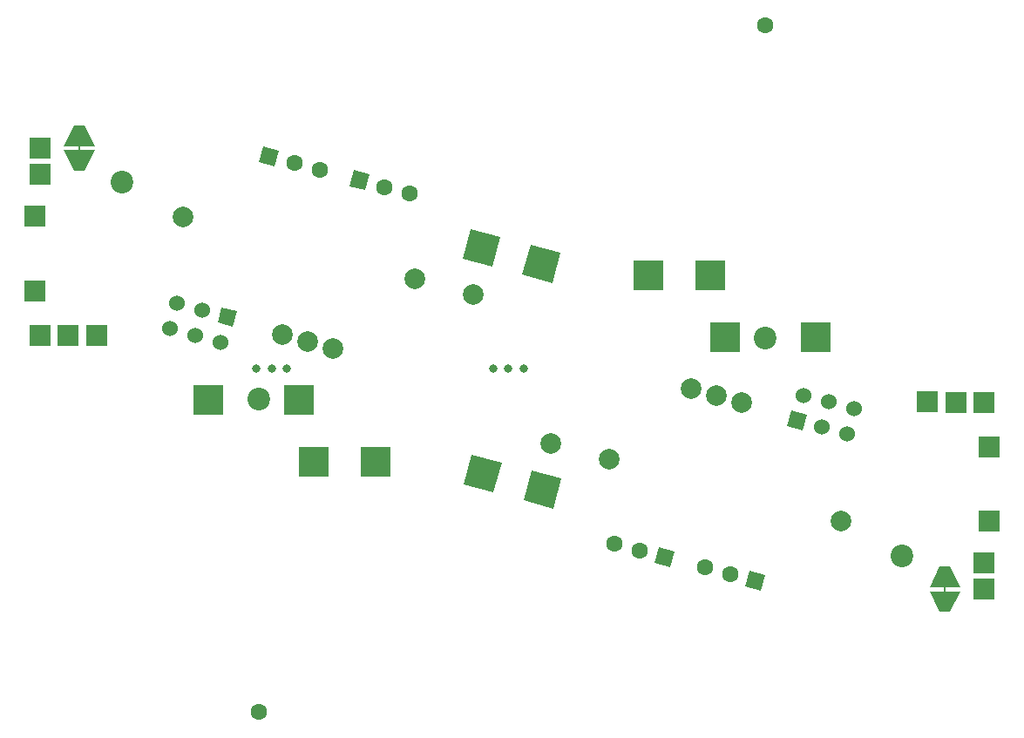
<source format=gts>
%FSLAX46Y46*%
G04 Gerber Fmt 4.6, Leading zero omitted, Abs format (unit mm)*
G04 Created by KiCad (PCBNEW (2014-jul-16 BZR unknown)-product) date Sat 22 Nov 2014 08:56:03 PM CET*
%MOMM*%
G01*
G04 APERTURE LIST*
%ADD10C,0.150000*%
%ADD11C,2.000000*%
%ADD12R,3.000000X3.000000*%
%ADD13C,1.600000*%
%ADD14C,2.200000*%
%ADD15C,1.524000*%
%ADD16R,2.000000X2.000000*%
%ADD17C,0.800000*%
G04 APERTURE END LIST*
D10*
X239408000Y-127535000D02*
X239408000Y-128285000D01*
X155296902Y-85484902D02*
X155296902Y-84734902D01*
D11*
X217183000Y-109139000D03*
X219636452Y-109796400D03*
X214729548Y-108481600D03*
D12*
X178118000Y-115565000D03*
X184118000Y-115565000D03*
X176668000Y-109565000D03*
X167868000Y-109565000D03*
D10*
G36*
X240908000Y-127735000D02*
X237908000Y-127735000D01*
X238908000Y-125735000D01*
X239908000Y-125735000D01*
X240908000Y-127735000D01*
X240908000Y-127735000D01*
G37*
G36*
X237908000Y-128135000D02*
X240908000Y-128135000D01*
X239908000Y-130135000D01*
X238908000Y-130135000D01*
X237908000Y-128135000D01*
X237908000Y-128135000D01*
G37*
G36*
X213151248Y-124256715D02*
X212737137Y-125802196D01*
X211191656Y-125388085D01*
X211605767Y-123842604D01*
X213151248Y-124256715D01*
X213151248Y-124256715D01*
G37*
D13*
X209718000Y-124165000D03*
X207264548Y-123507600D03*
D10*
G36*
X202142894Y-117190797D02*
X201366437Y-120088574D01*
X198468660Y-119312117D01*
X199245117Y-116414340D01*
X202142894Y-117190797D01*
X202142894Y-117190797D01*
G37*
G36*
X196347340Y-115637883D02*
X195570883Y-118535660D01*
X192673106Y-117759203D01*
X193449563Y-114861426D01*
X196347340Y-115637883D01*
X196347340Y-115637883D01*
G37*
D14*
X172778000Y-109485000D03*
X235278000Y-124685000D03*
D13*
X172778000Y-139885000D03*
D10*
G36*
X224102592Y-112073140D02*
X224497033Y-110601069D01*
X225969104Y-110995510D01*
X225574663Y-112467581D01*
X224102592Y-112073140D01*
X224102592Y-112073140D01*
G37*
D15*
X225693249Y-109080874D03*
X227489300Y-112191726D03*
X228146700Y-109738274D03*
X229942751Y-112849126D03*
X230600152Y-110395675D03*
D16*
X237688000Y-109755000D03*
X237688000Y-109755000D03*
X240468000Y-109775000D03*
X240468000Y-109775000D03*
X243188000Y-109775000D03*
X243188000Y-109775000D03*
D10*
G36*
X221951248Y-126556715D02*
X221537137Y-128102196D01*
X219991656Y-127688085D01*
X220405767Y-126142604D01*
X221951248Y-126556715D01*
X221951248Y-126556715D01*
G37*
D13*
X218518000Y-126465000D03*
X216064548Y-125807600D03*
D16*
X243726000Y-121331000D03*
X243726000Y-121331000D03*
X243726000Y-114092000D03*
X243726000Y-114092000D03*
X243218000Y-127935000D03*
X243218000Y-127935000D03*
X243218000Y-125395000D03*
X243218000Y-125395000D03*
D11*
X177521902Y-103880902D03*
X175068450Y-103223502D03*
X179975354Y-104538302D03*
D12*
X216586902Y-97454902D03*
X210586902Y-97454902D03*
X218036902Y-103454902D03*
X226836902Y-103454902D03*
D10*
G36*
X153796902Y-85284902D02*
X156796902Y-85284902D01*
X155796902Y-87284902D01*
X154796902Y-87284902D01*
X153796902Y-85284902D01*
X153796902Y-85284902D01*
G37*
G36*
X156796902Y-84884902D02*
X153796902Y-84884902D01*
X154796902Y-82884902D01*
X155796902Y-82884902D01*
X156796902Y-84884902D01*
X156796902Y-84884902D01*
G37*
G36*
X181553654Y-88763187D02*
X181967765Y-87217706D01*
X183513246Y-87631817D01*
X183099135Y-89177298D01*
X181553654Y-88763187D01*
X181553654Y-88763187D01*
G37*
D13*
X184986902Y-88854902D03*
X187440354Y-89512302D03*
D10*
G36*
X192562008Y-95829105D02*
X193338465Y-92931328D01*
X196236242Y-93707785D01*
X195459785Y-96605562D01*
X192562008Y-95829105D01*
X192562008Y-95829105D01*
G37*
G36*
X198357562Y-97382019D02*
X199134019Y-94484242D01*
X202031796Y-95260699D01*
X201255339Y-98158476D01*
X198357562Y-97382019D01*
X198357562Y-97382019D01*
G37*
D14*
X221926902Y-103534902D03*
X159426902Y-88334902D03*
D13*
X221926902Y-73134902D03*
D10*
G36*
X170602310Y-100946762D02*
X170207869Y-102418833D01*
X168735798Y-102024392D01*
X169130239Y-100552321D01*
X170602310Y-100946762D01*
X170602310Y-100946762D01*
G37*
D15*
X169011653Y-103939028D03*
X167215602Y-100828176D03*
X166558202Y-103281628D03*
X164762151Y-100170776D03*
X164104750Y-102624227D03*
D16*
X157016902Y-103264902D03*
X157016902Y-103264902D03*
X154236902Y-103244902D03*
X154236902Y-103244902D03*
X151516902Y-103244902D03*
X151516902Y-103244902D03*
D10*
G36*
X172753654Y-86463187D02*
X173167765Y-84917706D01*
X174713246Y-85331817D01*
X174299135Y-86877298D01*
X172753654Y-86463187D01*
X172753654Y-86463187D01*
G37*
D13*
X176186902Y-86554902D03*
X178640354Y-87212302D03*
D16*
X150978902Y-91688902D03*
X150978902Y-91688902D03*
X150978902Y-98927902D03*
X150978902Y-98927902D03*
X151486902Y-85084902D03*
X151486902Y-85084902D03*
X151486902Y-87624902D03*
X151486902Y-87624902D03*
D17*
X197000000Y-106509951D03*
X198500000Y-106509951D03*
X195500000Y-106509951D03*
X174000000Y-106509951D03*
X175500000Y-106509951D03*
X172500000Y-106509951D03*
D11*
X206818964Y-115267758D03*
X229325036Y-121298242D03*
X201120002Y-113740726D03*
X187885938Y-97752144D03*
X165379866Y-91721660D03*
X193584900Y-99279176D03*
M02*

</source>
